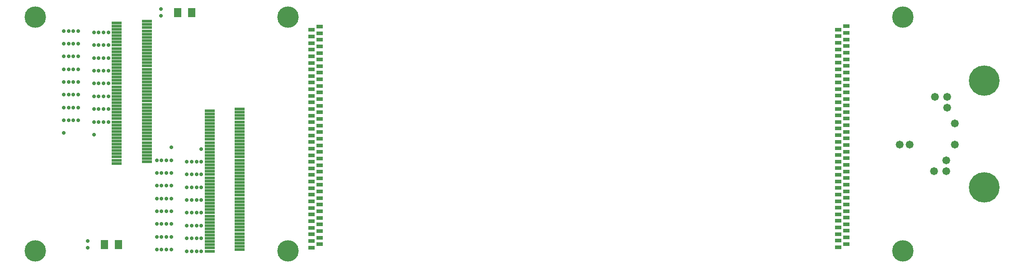
<source format=gbs>
G04 Layer_Color=16711935*
%FSLAX25Y25*%
%MOIN*%
G70*
G01*
G75*
%ADD41R,0.04737X0.03162*%
%ADD42R,0.05300X0.06800*%
%ADD43R,0.07493X0.01981*%
%ADD45C,0.22500*%
%ADD46C,0.15800*%
%ADD47C,0.05800*%
%ADD48C,0.02800*%
D41*
X215682Y165753D02*
D03*
Y170635D02*
D03*
Y175516D02*
D03*
Y160871D02*
D03*
Y155989D02*
D03*
X221587Y158430D02*
D03*
Y153548D02*
D03*
Y148666D02*
D03*
Y143784D02*
D03*
Y138902D02*
D03*
Y134020D02*
D03*
Y129139D02*
D03*
Y124257D02*
D03*
Y119375D02*
D03*
Y114493D02*
D03*
Y109611D02*
D03*
Y104729D02*
D03*
Y99847D02*
D03*
Y94965D02*
D03*
Y90083D02*
D03*
Y85202D02*
D03*
Y80320D02*
D03*
Y75438D02*
D03*
Y70556D02*
D03*
Y65674D02*
D03*
Y60792D02*
D03*
Y55910D02*
D03*
Y51028D02*
D03*
Y46146D02*
D03*
Y41265D02*
D03*
Y36383D02*
D03*
Y31501D02*
D03*
Y26619D02*
D03*
Y21737D02*
D03*
X215682Y151107D02*
D03*
Y146225D02*
D03*
Y141343D02*
D03*
Y136461D02*
D03*
Y131579D02*
D03*
Y126698D02*
D03*
Y121816D02*
D03*
Y116934D02*
D03*
Y112052D02*
D03*
Y107170D02*
D03*
Y102288D02*
D03*
Y97406D02*
D03*
Y92524D02*
D03*
Y87642D02*
D03*
Y82761D02*
D03*
Y77879D02*
D03*
Y72997D02*
D03*
Y68115D02*
D03*
Y63233D02*
D03*
Y58351D02*
D03*
Y53469D02*
D03*
Y48587D02*
D03*
Y43705D02*
D03*
Y38824D02*
D03*
Y33942D02*
D03*
Y29060D02*
D03*
Y24178D02*
D03*
Y19296D02*
D03*
X221587Y173075D02*
D03*
Y168194D02*
D03*
Y163312D02*
D03*
Y177957D02*
D03*
X215682Y14414D02*
D03*
X221587Y16855D02*
D03*
X603910Y14581D02*
D03*
Y19463D02*
D03*
Y24345D02*
D03*
Y29227D02*
D03*
Y34109D02*
D03*
Y38991D02*
D03*
Y43873D02*
D03*
Y48755D02*
D03*
Y53636D02*
D03*
Y58518D02*
D03*
Y63400D02*
D03*
Y68282D02*
D03*
Y73164D02*
D03*
Y78046D02*
D03*
Y82928D02*
D03*
Y87810D02*
D03*
Y92692D02*
D03*
Y97574D02*
D03*
Y102455D02*
D03*
Y107337D02*
D03*
X609816Y17022D02*
D03*
Y21904D02*
D03*
Y26786D02*
D03*
Y31668D02*
D03*
Y36550D02*
D03*
Y41432D02*
D03*
Y46314D02*
D03*
Y51196D02*
D03*
Y56077D02*
D03*
Y60959D02*
D03*
Y65841D02*
D03*
Y70723D02*
D03*
Y75605D02*
D03*
Y80487D02*
D03*
Y85369D02*
D03*
Y90251D02*
D03*
Y95133D02*
D03*
Y100014D02*
D03*
Y104896D02*
D03*
X603910Y112219D02*
D03*
Y117101D02*
D03*
Y121983D02*
D03*
Y126865D02*
D03*
Y131747D02*
D03*
Y136629D02*
D03*
Y141511D02*
D03*
Y146393D02*
D03*
Y151274D02*
D03*
Y156156D02*
D03*
Y161038D02*
D03*
Y165920D02*
D03*
Y170802D02*
D03*
Y175684D02*
D03*
X609816Y109778D02*
D03*
Y114660D02*
D03*
Y119542D02*
D03*
Y124424D02*
D03*
Y129306D02*
D03*
Y134188D02*
D03*
Y139070D02*
D03*
Y143951D02*
D03*
Y148833D02*
D03*
Y153715D02*
D03*
Y158597D02*
D03*
Y163479D02*
D03*
Y168361D02*
D03*
Y173243D02*
D03*
Y178125D02*
D03*
D42*
X62876Y16701D02*
D03*
X73377D02*
D03*
X116848Y188171D02*
D03*
X127348D02*
D03*
D43*
X71882Y79094D02*
D03*
Y76732D02*
D03*
Y81457D02*
D03*
Y86181D02*
D03*
Y83819D02*
D03*
Y97992D02*
D03*
Y95630D02*
D03*
Y88543D02*
D03*
Y93268D02*
D03*
Y90906D02*
D03*
Y102717D02*
D03*
Y100354D02*
D03*
Y105079D02*
D03*
Y112165D02*
D03*
Y107441D02*
D03*
Y121614D02*
D03*
Y126339D02*
D03*
Y123976D02*
D03*
Y114528D02*
D03*
Y119252D02*
D03*
Y116890D02*
D03*
Y135787D02*
D03*
Y140512D02*
D03*
Y138150D02*
D03*
Y128701D02*
D03*
Y133425D02*
D03*
Y131063D02*
D03*
Y149961D02*
D03*
Y154685D02*
D03*
Y152323D02*
D03*
Y142874D02*
D03*
Y147599D02*
D03*
Y145236D02*
D03*
Y164134D02*
D03*
Y168858D02*
D03*
Y166496D02*
D03*
Y157047D02*
D03*
Y161772D02*
D03*
Y159409D02*
D03*
Y178307D02*
D03*
Y180669D02*
D03*
Y171221D02*
D03*
Y175945D02*
D03*
Y173583D02*
D03*
X94126Y85000D02*
D03*
Y89724D02*
D03*
Y87362D02*
D03*
Y77913D02*
D03*
Y82638D02*
D03*
Y80276D02*
D03*
X71882Y109803D02*
D03*
X94126Y94449D02*
D03*
Y92087D02*
D03*
Y99173D02*
D03*
Y96811D02*
D03*
Y108622D02*
D03*
Y113347D02*
D03*
Y110984D02*
D03*
Y101535D02*
D03*
Y106260D02*
D03*
Y103898D02*
D03*
Y115709D02*
D03*
Y120433D02*
D03*
Y118071D02*
D03*
Y125157D02*
D03*
Y122795D02*
D03*
Y162953D02*
D03*
Y167677D02*
D03*
Y165315D02*
D03*
Y155866D02*
D03*
Y160591D02*
D03*
Y158228D02*
D03*
Y177126D02*
D03*
Y181850D02*
D03*
Y179488D02*
D03*
Y170039D02*
D03*
Y174764D02*
D03*
Y172402D02*
D03*
Y134606D02*
D03*
Y139331D02*
D03*
Y136969D02*
D03*
Y127520D02*
D03*
Y132244D02*
D03*
Y129882D02*
D03*
Y148780D02*
D03*
Y153504D02*
D03*
Y151142D02*
D03*
Y141693D02*
D03*
Y146417D02*
D03*
Y144055D02*
D03*
X140480Y14134D02*
D03*
Y11772D02*
D03*
Y16496D02*
D03*
Y21220D02*
D03*
Y18858D02*
D03*
Y33031D02*
D03*
Y30669D02*
D03*
Y23583D02*
D03*
Y28307D02*
D03*
Y25945D02*
D03*
Y37756D02*
D03*
Y35394D02*
D03*
Y40118D02*
D03*
Y47205D02*
D03*
Y42480D02*
D03*
Y56654D02*
D03*
Y61378D02*
D03*
Y59016D02*
D03*
Y49567D02*
D03*
Y54291D02*
D03*
Y51929D02*
D03*
Y70827D02*
D03*
Y75551D02*
D03*
Y73189D02*
D03*
Y63740D02*
D03*
Y68465D02*
D03*
Y66102D02*
D03*
Y85000D02*
D03*
Y89724D02*
D03*
Y87362D02*
D03*
Y77913D02*
D03*
Y82638D02*
D03*
Y80276D02*
D03*
Y99173D02*
D03*
Y103898D02*
D03*
Y101535D02*
D03*
Y92087D02*
D03*
Y96811D02*
D03*
Y94449D02*
D03*
Y113347D02*
D03*
Y115709D02*
D03*
Y106260D02*
D03*
Y110984D02*
D03*
Y108622D02*
D03*
X162724Y20039D02*
D03*
Y24764D02*
D03*
Y22402D02*
D03*
Y12953D02*
D03*
Y17677D02*
D03*
Y15315D02*
D03*
X140480Y44843D02*
D03*
X162724Y29488D02*
D03*
Y27126D02*
D03*
Y34213D02*
D03*
Y31850D02*
D03*
Y43661D02*
D03*
Y48386D02*
D03*
Y46024D02*
D03*
Y36575D02*
D03*
Y41299D02*
D03*
Y38937D02*
D03*
Y50748D02*
D03*
Y55472D02*
D03*
Y53110D02*
D03*
Y60197D02*
D03*
Y57835D02*
D03*
Y97992D02*
D03*
Y102717D02*
D03*
Y100354D02*
D03*
Y90906D02*
D03*
Y95630D02*
D03*
Y93268D02*
D03*
Y112165D02*
D03*
Y116890D02*
D03*
Y114528D02*
D03*
Y105079D02*
D03*
Y109803D02*
D03*
Y107441D02*
D03*
Y69646D02*
D03*
Y74370D02*
D03*
Y72008D02*
D03*
Y62559D02*
D03*
Y67283D02*
D03*
Y64921D02*
D03*
Y83819D02*
D03*
Y88543D02*
D03*
Y86181D02*
D03*
Y76732D02*
D03*
Y81457D02*
D03*
Y79094D02*
D03*
D45*
X711656Y59080D02*
D03*
Y137820D02*
D03*
D46*
X651728Y11902D02*
D03*
Y185100D02*
D03*
X198428Y185100D02*
D03*
X198428Y11902D02*
D03*
X11811Y185100D02*
D03*
Y11902D02*
D03*
D47*
X649211Y90576D02*
D03*
X683677Y71094D02*
D03*
Y78829D02*
D03*
X684227Y118071D02*
D03*
Y125806D02*
D03*
X674561Y71094D02*
D03*
X675111Y125806D02*
D03*
X656534Y90576D02*
D03*
X689991Y90676D02*
D03*
Y106393D02*
D03*
D48*
X55150Y97992D02*
D03*
X65780Y107441D02*
D03*
X62236D02*
D03*
X58693D02*
D03*
X55150D02*
D03*
X65780Y116890D02*
D03*
X62236D02*
D03*
X58693D02*
D03*
X55150D02*
D03*
X65780Y126339D02*
D03*
X62236D02*
D03*
X58693D02*
D03*
X55150D02*
D03*
X65780Y135787D02*
D03*
X62236D02*
D03*
X58693D02*
D03*
X55150D02*
D03*
X65780Y145236D02*
D03*
X62236D02*
D03*
X58693D02*
D03*
X55150D02*
D03*
X65780Y154685D02*
D03*
X62236D02*
D03*
X58693D02*
D03*
X55150D02*
D03*
X65780Y164134D02*
D03*
X62236D02*
D03*
X58693D02*
D03*
X55150D02*
D03*
X55150Y173583D02*
D03*
X58693D02*
D03*
X62236D02*
D03*
X65780D02*
D03*
X123748Y77913D02*
D03*
X127291D02*
D03*
X130835D02*
D03*
X134378D02*
D03*
X123748Y68465D02*
D03*
X127291D02*
D03*
X130835D02*
D03*
X134378D02*
D03*
X123748Y59016D02*
D03*
X127291D02*
D03*
X130835D02*
D03*
X134378D02*
D03*
X123748Y49567D02*
D03*
X127291D02*
D03*
X130835D02*
D03*
X134378D02*
D03*
X123748Y40118D02*
D03*
X127291D02*
D03*
X130835D02*
D03*
X134378D02*
D03*
X123748Y30669D02*
D03*
X127291D02*
D03*
X130835D02*
D03*
X134378D02*
D03*
X123748Y21220D02*
D03*
X127291D02*
D03*
X130835D02*
D03*
X134378D02*
D03*
X123748Y11772D02*
D03*
X127291D02*
D03*
X130835D02*
D03*
X134378D02*
D03*
Y87362D02*
D03*
X50712Y14337D02*
D03*
X104718Y185860D02*
D03*
X50624Y19280D02*
D03*
X104630Y190804D02*
D03*
X32906Y174764D02*
D03*
X36449D02*
D03*
X39992D02*
D03*
X43536D02*
D03*
X32906Y165315D02*
D03*
X36449D02*
D03*
X39992D02*
D03*
X43536D02*
D03*
X32906Y155866D02*
D03*
X36449D02*
D03*
X39992D02*
D03*
X43536D02*
D03*
X32906Y146417D02*
D03*
X36449D02*
D03*
X39992D02*
D03*
X43536D02*
D03*
X32906Y136969D02*
D03*
X36449D02*
D03*
X39992D02*
D03*
X43536D02*
D03*
X32906Y127520D02*
D03*
X36449D02*
D03*
X39992D02*
D03*
X43536D02*
D03*
X32906Y118071D02*
D03*
X36449D02*
D03*
X39992D02*
D03*
X43536D02*
D03*
X32906Y108622D02*
D03*
X36449D02*
D03*
X39992D02*
D03*
X43536D02*
D03*
X32906Y99173D02*
D03*
X112134Y12953D02*
D03*
X108591D02*
D03*
X105047D02*
D03*
X101504D02*
D03*
X112134Y22402D02*
D03*
X108591D02*
D03*
X105047D02*
D03*
X101504D02*
D03*
X112134Y31850D02*
D03*
X108591D02*
D03*
X105047D02*
D03*
X101504D02*
D03*
X112134Y41299D02*
D03*
X108591D02*
D03*
X105047D02*
D03*
X101504D02*
D03*
X112134Y50748D02*
D03*
X108591D02*
D03*
X105047D02*
D03*
X101504D02*
D03*
X112134Y60197D02*
D03*
X108591D02*
D03*
X105047D02*
D03*
X101504D02*
D03*
X112134Y69646D02*
D03*
X108591D02*
D03*
X105047D02*
D03*
X101504D02*
D03*
X112134Y79094D02*
D03*
X108591D02*
D03*
X105047D02*
D03*
X101504D02*
D03*
X112134Y88543D02*
D03*
M02*

</source>
